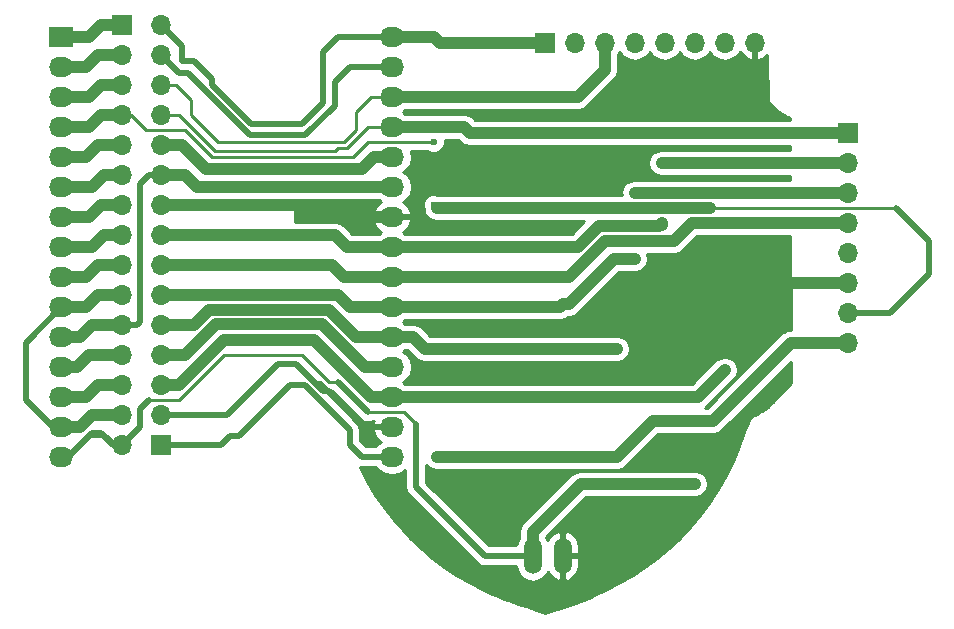
<source format=gtl>
G04 #@! TF.FileFunction,Copper,L1,Top,Signal*
%FSLAX46Y46*%
G04 Gerber Fmt 4.6, Leading zero omitted, Abs format (unit mm)*
G04 Created by KiCad (PCBNEW 4.0.4+e1-6308~48~ubuntu16.04.1-stable) date Mon Jan  2 11:44:22 2017*
%MOMM*%
%LPD*%
G01*
G04 APERTURE LIST*
%ADD10C,0.100000*%
%ADD11O,2.032000X1.727200*%
%ADD12R,2.032000X1.727200*%
%ADD13O,1.506220X3.014980*%
%ADD14R,1.700000X1.700000*%
%ADD15O,1.700000X1.700000*%
%ADD16C,0.600000*%
%ADD17C,0.500000*%
%ADD18C,1.000000*%
%ADD19C,0.250000*%
%ADD20C,0.254000*%
G04 APERTURE END LIST*
D10*
D11*
X135666000Y-77978000D03*
X135666000Y-75438000D03*
X135666000Y-72898000D03*
X135666000Y-70358000D03*
X135666000Y-67818000D03*
X135666000Y-65278000D03*
X135666000Y-62738000D03*
X135666000Y-60198000D03*
X135666000Y-57658000D03*
X135666000Y-55118000D03*
X135666000Y-52578000D03*
X135666000Y-50038000D03*
X135666000Y-47498000D03*
X135666000Y-44958000D03*
X135666000Y-42418000D03*
D12*
X107666000Y-42418000D03*
D11*
X107666000Y-44958000D03*
X107666000Y-47498000D03*
X107666000Y-50038000D03*
X107666000Y-52578000D03*
X107666000Y-55118000D03*
X107666000Y-57658000D03*
X107666000Y-60198000D03*
X107666000Y-62738000D03*
X107666000Y-65278000D03*
X107666000Y-67818000D03*
X107666000Y-70358000D03*
X107666000Y-72898000D03*
X107666000Y-75438000D03*
X107666000Y-77978000D03*
D13*
X147574000Y-86360000D03*
X150114000Y-86360000D03*
D14*
X148590000Y-42926000D03*
D15*
X151130000Y-42926000D03*
X153670000Y-42926000D03*
X156210000Y-42926000D03*
X158750000Y-42926000D03*
X161290000Y-42926000D03*
X163830000Y-42926000D03*
X166370000Y-42926000D03*
D14*
X174244000Y-50546000D03*
D15*
X174244000Y-53086000D03*
X174244000Y-55626000D03*
X174244000Y-58166000D03*
X174244000Y-60706000D03*
X174244000Y-63246000D03*
X174244000Y-65786000D03*
X174244000Y-68326000D03*
D14*
X112776000Y-41402000D03*
D15*
X112776000Y-43942000D03*
X112776000Y-46482000D03*
X112776000Y-49022000D03*
X112776000Y-51562000D03*
X112776000Y-54102000D03*
X112776000Y-56642000D03*
X112776000Y-59182000D03*
X112776000Y-61722000D03*
X112776000Y-64262000D03*
X112776000Y-66802000D03*
X112776000Y-69342000D03*
X112776000Y-71882000D03*
X112776000Y-74422000D03*
X112776000Y-76962000D03*
D14*
X116078000Y-76962000D03*
D15*
X116078000Y-74422000D03*
X116078000Y-71882000D03*
X116078000Y-69342000D03*
X116078000Y-66802000D03*
X116078000Y-64262000D03*
X116078000Y-61722000D03*
X116078000Y-59182000D03*
X116078000Y-56642000D03*
X116078000Y-54102000D03*
X116078000Y-51562000D03*
X116078000Y-49022000D03*
X116078000Y-46482000D03*
X116078000Y-43942000D03*
X116078000Y-41402000D03*
D16*
X161290000Y-80264000D03*
X166370000Y-63246000D03*
X139446000Y-66802000D03*
X139192000Y-56642000D03*
X139192000Y-51308000D03*
X139446000Y-77978000D03*
X163830000Y-70612000D03*
X154686000Y-68834000D03*
X156210000Y-61214000D03*
X156210000Y-55626000D03*
X158496000Y-58166000D03*
X158496000Y-53086000D03*
D17*
X112776000Y-76962000D02*
X112014000Y-76962000D01*
X112014000Y-76962000D02*
X110998000Y-75946000D01*
X110236000Y-75946000D02*
X108204000Y-77978000D01*
X110998000Y-75946000D02*
X110236000Y-75946000D01*
X108204000Y-77978000D02*
X107666000Y-77978000D01*
D18*
X147574000Y-86360000D02*
X147574000Y-84328000D01*
X151638000Y-80264000D02*
X161290000Y-80264000D01*
X147574000Y-84328000D02*
X151638000Y-80264000D01*
D19*
X133858000Y-74168000D02*
X133604000Y-74168000D01*
D17*
X143510000Y-86360000D02*
X137668000Y-80518000D01*
X137668000Y-80518000D02*
X137668000Y-75184000D01*
D19*
X137668000Y-75184000D02*
X136652000Y-74168000D01*
X136652000Y-74168000D02*
X133858000Y-74168000D01*
D17*
X147574000Y-86360000D02*
X143510000Y-86360000D01*
X114300000Y-75438000D02*
X112776000Y-76962000D01*
X114300000Y-73914000D02*
X114300000Y-75438000D01*
X115062000Y-73152000D02*
X114300000Y-73914000D01*
D19*
X117602000Y-73152000D02*
X115062000Y-73152000D01*
X121412000Y-69342000D02*
X117602000Y-73152000D01*
X128016000Y-69342000D02*
X121412000Y-69342000D01*
X130302000Y-71628000D02*
X128016000Y-69342000D01*
X131064000Y-71628000D02*
X130302000Y-71628000D01*
D17*
X133604000Y-74168000D02*
X131064000Y-71628000D01*
D19*
X107666000Y-77978000D02*
X107950000Y-77978000D01*
X107950000Y-77978000D02*
X109728000Y-76200000D01*
X109728000Y-76200000D02*
X111506000Y-76200000D01*
X111506000Y-76200000D02*
X112268000Y-76962000D01*
X112268000Y-76962000D02*
X112776000Y-76962000D01*
D17*
X135666000Y-75438000D02*
X133350000Y-75438000D01*
X133350000Y-75438000D02*
X130302000Y-72390000D01*
X129794000Y-72390000D02*
X127508000Y-70104000D01*
X130302000Y-72390000D02*
X129794000Y-72390000D01*
X127508000Y-70104000D02*
X125984000Y-70104000D01*
X125984000Y-70104000D02*
X121666000Y-74422000D01*
X121666000Y-74422000D02*
X116078000Y-74422000D01*
D18*
X112776000Y-74422000D02*
X110236000Y-74422000D01*
X109220000Y-75438000D02*
X107666000Y-75438000D01*
X110236000Y-74422000D02*
X109220000Y-75438000D01*
X112776000Y-64262000D02*
X110744000Y-64262000D01*
X109728000Y-65278000D02*
X107666000Y-65278000D01*
X110744000Y-64262000D02*
X109728000Y-65278000D01*
X112776000Y-43942000D02*
X110744000Y-43942000D01*
X109728000Y-44958000D02*
X107666000Y-44958000D01*
X110744000Y-43942000D02*
X109728000Y-44958000D01*
D19*
X107666000Y-75438000D02*
X106934000Y-75438000D01*
D17*
X106934000Y-75438000D02*
X104648000Y-73152000D01*
X104648000Y-73152000D02*
X104648000Y-68296000D01*
X104648000Y-68296000D02*
X107666000Y-65278000D01*
D19*
X166370000Y-63246000D02*
X167386000Y-63246000D01*
D18*
X174244000Y-63246000D02*
X167386000Y-63246000D01*
X167386000Y-63246000D02*
X154940000Y-63246000D01*
X152146000Y-66802000D02*
X139446000Y-66802000D01*
X154940000Y-63246000D02*
X152146000Y-66802000D01*
D19*
X129540000Y-71628000D02*
X129032000Y-71628000D01*
X129032000Y-71628000D02*
X127508000Y-70104000D01*
D18*
X116078000Y-56642000D02*
X130302000Y-56642000D01*
X131318000Y-57658000D02*
X135666000Y-57658000D01*
X130302000Y-56642000D02*
X131318000Y-57658000D01*
D19*
X129540000Y-71628000D02*
X133350000Y-75438000D01*
D18*
X112776000Y-41402000D02*
X110998000Y-41402000D01*
X109982000Y-42418000D02*
X107666000Y-42418000D01*
X110998000Y-41402000D02*
X109982000Y-42418000D01*
X112776000Y-46482000D02*
X110998000Y-46482000D01*
X109982000Y-47498000D02*
X107666000Y-47498000D01*
X110998000Y-46482000D02*
X109982000Y-47498000D01*
D17*
X174244000Y-65786000D02*
X177800000Y-65786000D01*
X181102000Y-59690000D02*
X178308000Y-56896000D01*
X181102000Y-62484000D02*
X181102000Y-59690000D01*
X177800000Y-65786000D02*
X181102000Y-62484000D01*
D18*
X112776000Y-49022000D02*
X110998000Y-49022000D01*
X109982000Y-50038000D02*
X107666000Y-50038000D01*
X110998000Y-49022000D02*
X109982000Y-50038000D01*
X162560000Y-56896000D02*
X139446000Y-56896000D01*
D19*
X164592000Y-56896000D02*
X178308000Y-56896000D01*
X114808000Y-50292000D02*
X118110000Y-50292000D01*
X118110000Y-50292000D02*
X120396000Y-52578000D01*
X120396000Y-52578000D02*
X132334000Y-52578000D01*
X132334000Y-52578000D02*
X133604000Y-51308000D01*
X133604000Y-51308000D02*
X138176000Y-51308000D01*
X113538000Y-49022000D02*
X114808000Y-50292000D01*
X164592000Y-56896000D02*
X162560000Y-56896000D01*
X139446000Y-56896000D02*
X139192000Y-56642000D01*
X139192000Y-51308000D02*
X138176000Y-51308000D01*
X112776000Y-49022000D02*
X113538000Y-49022000D01*
D18*
X112776000Y-51562000D02*
X110744000Y-51562000D01*
X110744000Y-51562000D02*
X109728000Y-52578000D01*
X109728000Y-52578000D02*
X107666000Y-52578000D01*
D19*
X107666000Y-52578000D02*
X109728000Y-52578000D01*
X109728000Y-52578000D02*
X110744000Y-51562000D01*
D18*
X112776000Y-54102000D02*
X111252000Y-54102000D01*
X110236000Y-55118000D02*
X107666000Y-55118000D01*
X111252000Y-54102000D02*
X110236000Y-55118000D01*
X112776000Y-56642000D02*
X110998000Y-56642000D01*
X109982000Y-57658000D02*
X107666000Y-57658000D01*
X110998000Y-56642000D02*
X109982000Y-57658000D01*
X112776000Y-61722000D02*
X110744000Y-61722000D01*
X109728000Y-62738000D02*
X107666000Y-62738000D01*
X110744000Y-61722000D02*
X109728000Y-62738000D01*
D17*
X135666000Y-77978000D02*
X133096000Y-77978000D01*
X132080000Y-76962000D02*
X132080000Y-75692000D01*
X133096000Y-77978000D02*
X132080000Y-76962000D01*
X132080000Y-75692000D02*
X128270000Y-71882000D01*
X121158000Y-76962000D02*
X116078000Y-76962000D01*
X121920000Y-76200000D02*
X121158000Y-76962000D01*
X122682000Y-76200000D02*
X121920000Y-76200000D01*
X127000000Y-71882000D02*
X122682000Y-76200000D01*
X128270000Y-71882000D02*
X127000000Y-71882000D01*
D18*
X112776000Y-66802000D02*
X110236000Y-66802000D01*
X110236000Y-66802000D02*
X109220000Y-67818000D01*
X109220000Y-67818000D02*
X107666000Y-67818000D01*
X135666000Y-55118000D02*
X119126000Y-55118000D01*
X118110000Y-54102000D02*
X116078000Y-54102000D01*
X119126000Y-55118000D02*
X118110000Y-54102000D01*
X139446000Y-77978000D02*
X154686000Y-77978000D01*
X169418000Y-68326000D02*
X174244000Y-68326000D01*
X162814000Y-74930000D02*
X169418000Y-68326000D01*
X157734000Y-74930000D02*
X162814000Y-74930000D01*
X154686000Y-77978000D02*
X157734000Y-74930000D01*
D17*
X116078000Y-54102000D02*
X115062000Y-54102000D01*
X115062000Y-54102000D02*
X114300000Y-54864000D01*
X114300000Y-54864000D02*
X114300000Y-66548000D01*
X114300000Y-66548000D02*
X114046000Y-66802000D01*
X114046000Y-66802000D02*
X112776000Y-66802000D01*
D19*
X107666000Y-67818000D02*
X109220000Y-67818000D01*
X109220000Y-67818000D02*
X110236000Y-66802000D01*
D18*
X112776000Y-69342000D02*
X109982000Y-69342000D01*
X108966000Y-70358000D02*
X107666000Y-70358000D01*
X109982000Y-69342000D02*
X108966000Y-70358000D01*
X112776000Y-71882000D02*
X110744000Y-71882000D01*
X109728000Y-72898000D02*
X107666000Y-72898000D01*
X110744000Y-71882000D02*
X109728000Y-72898000D01*
X135666000Y-72898000D02*
X133858000Y-72898000D01*
X121412000Y-68072000D02*
X117602000Y-71882000D01*
X129032000Y-68072000D02*
X121412000Y-68072000D01*
X133858000Y-72898000D02*
X129032000Y-68072000D01*
X117602000Y-71882000D02*
X116078000Y-71882000D01*
X135666000Y-72898000D02*
X161544000Y-72898000D01*
X161544000Y-72898000D02*
X163830000Y-70612000D01*
D19*
X117602000Y-71882000D02*
X116078000Y-71882000D01*
X161544000Y-72898000D02*
X163830000Y-70612000D01*
D18*
X135666000Y-70358000D02*
X133350000Y-70358000D01*
X118110000Y-69342000D02*
X116078000Y-69342000D01*
X120719998Y-66732002D02*
X118110000Y-69342000D01*
X129724002Y-66732002D02*
X120719998Y-66732002D01*
X133350000Y-70358000D02*
X129724002Y-66732002D01*
X135666000Y-67818000D02*
X132588000Y-67818000D01*
X118872000Y-66802000D02*
X116078000Y-66802000D01*
X120142000Y-65532000D02*
X118872000Y-66802000D01*
X130302000Y-65532000D02*
X120142000Y-65532000D01*
X132588000Y-67818000D02*
X130302000Y-65532000D01*
X135666000Y-67818000D02*
X137414000Y-67818000D01*
X138430000Y-68834000D02*
X154686000Y-68834000D01*
X137414000Y-67818000D02*
X138430000Y-68834000D01*
X135666000Y-65278000D02*
X149860000Y-65278000D01*
X154432000Y-61214000D02*
X156210000Y-61214000D01*
X150622000Y-65024000D02*
X154432000Y-61214000D01*
X150114000Y-65024000D02*
X150622000Y-65024000D01*
X149860000Y-65278000D02*
X150114000Y-65024000D01*
X174244000Y-55626000D02*
X156210000Y-55626000D01*
X116078000Y-64262000D02*
X131064000Y-64262000D01*
X132080000Y-65278000D02*
X135666000Y-65278000D01*
X131064000Y-64262000D02*
X132080000Y-65278000D01*
X158242000Y-59690000D02*
X159512000Y-59690000D01*
X159512000Y-59690000D02*
X161036000Y-58166000D01*
X158242000Y-59690000D02*
X153670000Y-59690000D01*
X116078000Y-61722000D02*
X130556000Y-61722000D01*
X131572000Y-62738000D02*
X135666000Y-62738000D01*
X130556000Y-61722000D02*
X131572000Y-62738000D01*
X174244000Y-58166000D02*
X161036000Y-58166000D01*
X150622000Y-62738000D02*
X135666000Y-62738000D01*
X153670000Y-59690000D02*
X150622000Y-62738000D01*
X151384000Y-60198000D02*
X153162000Y-58420000D01*
X158496000Y-58350002D02*
X158496000Y-58166000D01*
X158172002Y-58420000D02*
X158496000Y-58350002D01*
X153162000Y-58420000D02*
X158172002Y-58420000D01*
X151384000Y-60198000D02*
X135666000Y-60198000D01*
X174244000Y-53086000D02*
X158496000Y-53086000D01*
X116078000Y-59182000D02*
X130810000Y-59182000D01*
X130810000Y-59182000D02*
X131826000Y-60198000D01*
X131826000Y-60198000D02*
X135666000Y-60198000D01*
X135666000Y-52578000D02*
X134112000Y-52578000D01*
X117856000Y-51562000D02*
X116078000Y-51562000D01*
X119888000Y-53594000D02*
X117856000Y-51562000D01*
X133096000Y-53594000D02*
X119888000Y-53594000D01*
X134112000Y-52578000D02*
X133096000Y-53594000D01*
X174244000Y-50546000D02*
X142240000Y-50546000D01*
X141732000Y-50038000D02*
X135666000Y-50038000D01*
X142240000Y-50546000D02*
X141732000Y-50038000D01*
D19*
X135666000Y-50038000D02*
X133604000Y-50038000D01*
X117602000Y-49022000D02*
X116078000Y-49022000D01*
X120650000Y-52070000D02*
X117602000Y-49022000D01*
X130810000Y-52070000D02*
X120650000Y-52070000D01*
X131064000Y-51816000D02*
X130810000Y-52070000D01*
X131826000Y-51816000D02*
X131064000Y-51816000D01*
X133604000Y-50038000D02*
X131826000Y-51816000D01*
D18*
X135666000Y-47498000D02*
X151384000Y-47498000D01*
X153670000Y-45212000D02*
X153670000Y-42926000D01*
X151384000Y-47498000D02*
X153670000Y-45212000D01*
D19*
X135666000Y-47498000D02*
X133858000Y-47498000D01*
X117348000Y-46482000D02*
X116078000Y-46482000D01*
X118618000Y-47752000D02*
X117348000Y-46482000D01*
X118618000Y-49022000D02*
X118618000Y-47752000D01*
X120904000Y-51308000D02*
X118618000Y-49022000D01*
X131572000Y-51308000D02*
X120904000Y-51308000D01*
X132588000Y-50292000D02*
X131572000Y-51308000D01*
X132588000Y-48768000D02*
X132588000Y-50292000D01*
X133858000Y-47498000D02*
X132588000Y-48768000D01*
D17*
X135666000Y-44958000D02*
X132080000Y-44958000D01*
X117602000Y-45466000D02*
X116078000Y-43942000D01*
X118364000Y-45466000D02*
X117602000Y-45466000D01*
X123630998Y-50732998D02*
X118364000Y-45466000D01*
X128337002Y-50732998D02*
X123630998Y-50732998D01*
X130810000Y-48260000D02*
X128337002Y-50732998D01*
X130810000Y-46228000D02*
X130810000Y-48260000D01*
X132080000Y-44958000D02*
X130810000Y-46228000D01*
X135666000Y-42418000D02*
X131064000Y-42418000D01*
X117856000Y-44450000D02*
X117856000Y-43180000D01*
X118110000Y-44450000D02*
X117856000Y-44450000D01*
X118872000Y-44450000D02*
X118110000Y-44450000D01*
X120396000Y-45974000D02*
X118872000Y-44450000D01*
X120396000Y-46482000D02*
X120396000Y-45974000D01*
X123698000Y-49784000D02*
X120396000Y-46482000D01*
X128016000Y-49784000D02*
X123698000Y-49784000D01*
X129794000Y-48006000D02*
X128016000Y-49784000D01*
X129794000Y-43688000D02*
X129794000Y-48006000D01*
X131064000Y-42418000D02*
X129794000Y-43688000D01*
X117856000Y-43180000D02*
X116078000Y-41402000D01*
D18*
X135666000Y-42418000D02*
X139192000Y-42418000D01*
X139700000Y-42926000D02*
X148590000Y-42926000D01*
X139192000Y-42418000D02*
X139700000Y-42926000D01*
D19*
X117856000Y-43180000D02*
X116078000Y-41402000D01*
D18*
X112776000Y-59182000D02*
X111252000Y-59182000D01*
X110236000Y-60198000D02*
X107666000Y-60198000D01*
X111252000Y-59182000D02*
X110236000Y-60198000D01*
D20*
G36*
X169447517Y-71759685D02*
X169390347Y-71789129D01*
X169314523Y-71849441D01*
X169233625Y-71902779D01*
X169118382Y-72016614D01*
X169099855Y-72043975D01*
X169074266Y-72064886D01*
X168924128Y-72247047D01*
X168922259Y-72250525D01*
X168919232Y-72253061D01*
X168883673Y-72297287D01*
X168695758Y-72516108D01*
X168466622Y-72764565D01*
X168210191Y-73028521D01*
X167944476Y-73289824D01*
X167687239Y-73530996D01*
X167457900Y-73733521D01*
X167273176Y-73882222D01*
X167206212Y-73930467D01*
X166996590Y-74068822D01*
X166775041Y-74201814D01*
X166577668Y-74307483D01*
X166177418Y-74503251D01*
X166176678Y-74503815D01*
X166175785Y-74504054D01*
X166077661Y-74579284D01*
X165978813Y-74654624D01*
X165978346Y-74655427D01*
X165977610Y-74655991D01*
X165915582Y-74763327D01*
X165853253Y-74870478D01*
X165853129Y-74871397D01*
X165852665Y-74872200D01*
X165616791Y-75566139D01*
X165586281Y-75655402D01*
X165079248Y-77019138D01*
X164519816Y-78313553D01*
X163904521Y-79547544D01*
X163232299Y-80723383D01*
X162502008Y-81843327D01*
X161712334Y-82909730D01*
X160861910Y-83924830D01*
X159948609Y-84891512D01*
X159081890Y-85712039D01*
X158136501Y-86512266D01*
X157148045Y-87254530D01*
X156107562Y-87945196D01*
X155006229Y-88590192D01*
X153830073Y-89197861D01*
X153566348Y-89324249D01*
X152937363Y-89611987D01*
X152305011Y-89881161D01*
X151650743Y-90139120D01*
X150958110Y-90392141D01*
X150210778Y-90646366D01*
X149390825Y-90908407D01*
X148609245Y-91151441D01*
X147870505Y-90918802D01*
X147870503Y-90918802D01*
X147697673Y-90864171D01*
X146972022Y-90629525D01*
X146316888Y-90407978D01*
X145718779Y-90194444D01*
X145164736Y-89984011D01*
X144641649Y-89771682D01*
X144136207Y-89552313D01*
X143634920Y-89320589D01*
X143127692Y-89072742D01*
X142211143Y-88591184D01*
X141110840Y-87945432D01*
X140073328Y-87255951D01*
X139087234Y-86515095D01*
X138142689Y-85715784D01*
X137228124Y-84848951D01*
X136676098Y-84276693D01*
X135808191Y-83286861D01*
X135004187Y-82250917D01*
X134259116Y-81162357D01*
X133570514Y-80017300D01*
X132947435Y-78833449D01*
X133096000Y-78863001D01*
X133096005Y-78863000D01*
X134304874Y-78863000D01*
X134421585Y-79037670D01*
X134907766Y-79362526D01*
X135481255Y-79476600D01*
X135850745Y-79476600D01*
X136424234Y-79362526D01*
X136783000Y-79122806D01*
X136783000Y-80517995D01*
X136782999Y-80518000D01*
X136833124Y-80769989D01*
X136850367Y-80856675D01*
X137038637Y-81138443D01*
X137042210Y-81143790D01*
X142884208Y-86985787D01*
X142884210Y-86985790D01*
X143171325Y-87177633D01*
X143211463Y-87185617D01*
X143510000Y-87245001D01*
X143510005Y-87245000D01*
X146203523Y-87245000D01*
X146291554Y-87687561D01*
X146592458Y-88137896D01*
X147042793Y-88438800D01*
X147574000Y-88544464D01*
X148105207Y-88438800D01*
X148555542Y-88137896D01*
X148856446Y-87687561D01*
X148857016Y-87684694D01*
X148880154Y-87762919D01*
X149222260Y-88185724D01*
X149700125Y-88445427D01*
X149772326Y-88459783D01*
X149987000Y-88337162D01*
X149987000Y-86487000D01*
X150241000Y-86487000D01*
X150241000Y-88337162D01*
X150455674Y-88459783D01*
X150527875Y-88445427D01*
X151005740Y-88185724D01*
X151347846Y-87762919D01*
X151502110Y-87241380D01*
X151502110Y-86487000D01*
X150241000Y-86487000D01*
X149987000Y-86487000D01*
X149967000Y-86487000D01*
X149967000Y-86233000D01*
X149987000Y-86233000D01*
X149987000Y-84382838D01*
X150241000Y-84382838D01*
X150241000Y-86233000D01*
X151502110Y-86233000D01*
X151502110Y-85478620D01*
X151347846Y-84957081D01*
X151005740Y-84534276D01*
X150527875Y-84274573D01*
X150455674Y-84260217D01*
X150241000Y-84382838D01*
X149987000Y-84382838D01*
X149772326Y-84260217D01*
X149700125Y-84274573D01*
X149222260Y-84534276D01*
X148880154Y-84957081D01*
X148857016Y-85035306D01*
X148856446Y-85032439D01*
X148709000Y-84811770D01*
X148709000Y-84798132D01*
X152108132Y-81399000D01*
X161290000Y-81399000D01*
X161724346Y-81312603D01*
X162092566Y-81066566D01*
X162338603Y-80698346D01*
X162425000Y-80264000D01*
X162338603Y-79829654D01*
X162092566Y-79461434D01*
X161724346Y-79215397D01*
X161290000Y-79129000D01*
X151638000Y-79129000D01*
X151203654Y-79215397D01*
X150861454Y-79444048D01*
X150835434Y-79461434D01*
X146771434Y-83525434D01*
X146525397Y-83893654D01*
X146439000Y-84328000D01*
X146439000Y-84811770D01*
X146291554Y-85032439D01*
X146203523Y-85475000D01*
X143876579Y-85475000D01*
X138553000Y-80151420D01*
X138553000Y-78645222D01*
X138643434Y-78780566D01*
X139011654Y-79026603D01*
X139446000Y-79113000D01*
X154686000Y-79113000D01*
X155120346Y-79026603D01*
X155488566Y-78780566D01*
X158204132Y-76065000D01*
X162814000Y-76065000D01*
X163248346Y-75978603D01*
X163616566Y-75732566D01*
X169440231Y-69908901D01*
X169447517Y-71759685D01*
X169447517Y-71759685D01*
G37*
X169447517Y-71759685D02*
X169390347Y-71789129D01*
X169314523Y-71849441D01*
X169233625Y-71902779D01*
X169118382Y-72016614D01*
X169099855Y-72043975D01*
X169074266Y-72064886D01*
X168924128Y-72247047D01*
X168922259Y-72250525D01*
X168919232Y-72253061D01*
X168883673Y-72297287D01*
X168695758Y-72516108D01*
X168466622Y-72764565D01*
X168210191Y-73028521D01*
X167944476Y-73289824D01*
X167687239Y-73530996D01*
X167457900Y-73733521D01*
X167273176Y-73882222D01*
X167206212Y-73930467D01*
X166996590Y-74068822D01*
X166775041Y-74201814D01*
X166577668Y-74307483D01*
X166177418Y-74503251D01*
X166176678Y-74503815D01*
X166175785Y-74504054D01*
X166077661Y-74579284D01*
X165978813Y-74654624D01*
X165978346Y-74655427D01*
X165977610Y-74655991D01*
X165915582Y-74763327D01*
X165853253Y-74870478D01*
X165853129Y-74871397D01*
X165852665Y-74872200D01*
X165616791Y-75566139D01*
X165586281Y-75655402D01*
X165079248Y-77019138D01*
X164519816Y-78313553D01*
X163904521Y-79547544D01*
X163232299Y-80723383D01*
X162502008Y-81843327D01*
X161712334Y-82909730D01*
X160861910Y-83924830D01*
X159948609Y-84891512D01*
X159081890Y-85712039D01*
X158136501Y-86512266D01*
X157148045Y-87254530D01*
X156107562Y-87945196D01*
X155006229Y-88590192D01*
X153830073Y-89197861D01*
X153566348Y-89324249D01*
X152937363Y-89611987D01*
X152305011Y-89881161D01*
X151650743Y-90139120D01*
X150958110Y-90392141D01*
X150210778Y-90646366D01*
X149390825Y-90908407D01*
X148609245Y-91151441D01*
X147870505Y-90918802D01*
X147870503Y-90918802D01*
X147697673Y-90864171D01*
X146972022Y-90629525D01*
X146316888Y-90407978D01*
X145718779Y-90194444D01*
X145164736Y-89984011D01*
X144641649Y-89771682D01*
X144136207Y-89552313D01*
X143634920Y-89320589D01*
X143127692Y-89072742D01*
X142211143Y-88591184D01*
X141110840Y-87945432D01*
X140073328Y-87255951D01*
X139087234Y-86515095D01*
X138142689Y-85715784D01*
X137228124Y-84848951D01*
X136676098Y-84276693D01*
X135808191Y-83286861D01*
X135004187Y-82250917D01*
X134259116Y-81162357D01*
X133570514Y-80017300D01*
X132947435Y-78833449D01*
X133096000Y-78863001D01*
X133096005Y-78863000D01*
X134304874Y-78863000D01*
X134421585Y-79037670D01*
X134907766Y-79362526D01*
X135481255Y-79476600D01*
X135850745Y-79476600D01*
X136424234Y-79362526D01*
X136783000Y-79122806D01*
X136783000Y-80517995D01*
X136782999Y-80518000D01*
X136833124Y-80769989D01*
X136850367Y-80856675D01*
X137038637Y-81138443D01*
X137042210Y-81143790D01*
X142884208Y-86985787D01*
X142884210Y-86985790D01*
X143171325Y-87177633D01*
X143211463Y-87185617D01*
X143510000Y-87245001D01*
X143510005Y-87245000D01*
X146203523Y-87245000D01*
X146291554Y-87687561D01*
X146592458Y-88137896D01*
X147042793Y-88438800D01*
X147574000Y-88544464D01*
X148105207Y-88438800D01*
X148555542Y-88137896D01*
X148856446Y-87687561D01*
X148857016Y-87684694D01*
X148880154Y-87762919D01*
X149222260Y-88185724D01*
X149700125Y-88445427D01*
X149772326Y-88459783D01*
X149987000Y-88337162D01*
X149987000Y-86487000D01*
X150241000Y-86487000D01*
X150241000Y-88337162D01*
X150455674Y-88459783D01*
X150527875Y-88445427D01*
X151005740Y-88185724D01*
X151347846Y-87762919D01*
X151502110Y-87241380D01*
X151502110Y-86487000D01*
X150241000Y-86487000D01*
X149987000Y-86487000D01*
X149967000Y-86487000D01*
X149967000Y-86233000D01*
X149987000Y-86233000D01*
X149987000Y-84382838D01*
X150241000Y-84382838D01*
X150241000Y-86233000D01*
X151502110Y-86233000D01*
X151502110Y-85478620D01*
X151347846Y-84957081D01*
X151005740Y-84534276D01*
X150527875Y-84274573D01*
X150455674Y-84260217D01*
X150241000Y-84382838D01*
X149987000Y-84382838D01*
X149772326Y-84260217D01*
X149700125Y-84274573D01*
X149222260Y-84534276D01*
X148880154Y-84957081D01*
X148857016Y-85035306D01*
X148856446Y-85032439D01*
X148709000Y-84811770D01*
X148709000Y-84798132D01*
X152108132Y-81399000D01*
X161290000Y-81399000D01*
X161724346Y-81312603D01*
X162092566Y-81066566D01*
X162338603Y-80698346D01*
X162425000Y-80264000D01*
X162338603Y-79829654D01*
X162092566Y-79461434D01*
X161724346Y-79215397D01*
X161290000Y-79129000D01*
X151638000Y-79129000D01*
X151203654Y-79215397D01*
X150861454Y-79444048D01*
X150835434Y-79461434D01*
X146771434Y-83525434D01*
X146525397Y-83893654D01*
X146439000Y-84328000D01*
X146439000Y-84811770D01*
X146291554Y-85032439D01*
X146203523Y-85475000D01*
X143876579Y-85475000D01*
X138553000Y-80151420D01*
X138553000Y-78645222D01*
X138643434Y-78780566D01*
X139011654Y-79026603D01*
X139446000Y-79113000D01*
X154686000Y-79113000D01*
X155120346Y-79026603D01*
X155488566Y-78780566D01*
X158204132Y-76065000D01*
X162814000Y-76065000D01*
X163248346Y-75978603D01*
X163616566Y-75732566D01*
X169440231Y-69908901D01*
X169447517Y-71759685D01*
G36*
X130011160Y-72330148D02*
X130302000Y-72388000D01*
X130572420Y-72388000D01*
X132978210Y-74793789D01*
X133265325Y-74985633D01*
X133604000Y-75053000D01*
X133942674Y-74985633D01*
X134028928Y-74928000D01*
X134126422Y-74928000D01*
X134061291Y-75063209D01*
X134058642Y-75078974D01*
X134179783Y-75311000D01*
X135539000Y-75311000D01*
X135539000Y-75291000D01*
X135793000Y-75291000D01*
X135793000Y-75311000D01*
X135813000Y-75311000D01*
X135813000Y-75565000D01*
X135793000Y-75565000D01*
X135793000Y-75585000D01*
X135539000Y-75585000D01*
X135539000Y-75565000D01*
X134179783Y-75565000D01*
X134058642Y-75797026D01*
X134061291Y-75812791D01*
X134315268Y-76340036D01*
X134731069Y-76711539D01*
X134421585Y-76918330D01*
X134304874Y-77093000D01*
X133462579Y-77093000D01*
X132965000Y-76595420D01*
X132965000Y-75692005D01*
X132965001Y-75692000D01*
X132903927Y-75384965D01*
X132897633Y-75353325D01*
X132705790Y-75066210D01*
X132705787Y-75066208D01*
X129886297Y-72246717D01*
X130011160Y-72330148D01*
X130011160Y-72330148D01*
G37*
X130011160Y-72330148D02*
X130302000Y-72388000D01*
X130572420Y-72388000D01*
X132978210Y-74793789D01*
X133265325Y-74985633D01*
X133604000Y-75053000D01*
X133942674Y-74985633D01*
X134028928Y-74928000D01*
X134126422Y-74928000D01*
X134061291Y-75063209D01*
X134058642Y-75078974D01*
X134179783Y-75311000D01*
X135539000Y-75311000D01*
X135539000Y-75291000D01*
X135793000Y-75291000D01*
X135793000Y-75311000D01*
X135813000Y-75311000D01*
X135813000Y-75565000D01*
X135793000Y-75565000D01*
X135793000Y-75585000D01*
X135539000Y-75585000D01*
X135539000Y-75565000D01*
X134179783Y-75565000D01*
X134058642Y-75797026D01*
X134061291Y-75812791D01*
X134315268Y-76340036D01*
X134731069Y-76711539D01*
X134421585Y-76918330D01*
X134304874Y-77093000D01*
X133462579Y-77093000D01*
X132965000Y-76595420D01*
X132965000Y-75692005D01*
X132965001Y-75692000D01*
X132903927Y-75384965D01*
X132897633Y-75353325D01*
X132705790Y-75066210D01*
X132705787Y-75066208D01*
X129886297Y-72246717D01*
X130011160Y-72330148D01*
G36*
X169429530Y-67191000D02*
X169418000Y-67191000D01*
X169023687Y-67269434D01*
X168983654Y-67277397D01*
X168615434Y-67523434D01*
X162343868Y-73795000D01*
X162205236Y-73795000D01*
X162346566Y-73700566D01*
X164632566Y-71414566D01*
X164878603Y-71046345D01*
X164965000Y-70612000D01*
X164878603Y-70177655D01*
X164632566Y-69809434D01*
X164264345Y-69563397D01*
X163830000Y-69477000D01*
X163395655Y-69563397D01*
X163027434Y-69809434D01*
X161073868Y-71763000D01*
X136797676Y-71763000D01*
X136595634Y-71628000D01*
X136910415Y-71417670D01*
X137235271Y-70931489D01*
X137349345Y-70358000D01*
X137235271Y-69784511D01*
X136910415Y-69298330D01*
X136595634Y-69088000D01*
X136797676Y-68953000D01*
X136943868Y-68953000D01*
X137627434Y-69636566D01*
X137995654Y-69882603D01*
X138430000Y-69969000D01*
X154686000Y-69969000D01*
X155120346Y-69882603D01*
X155488566Y-69636566D01*
X155734603Y-69268346D01*
X155821000Y-68834000D01*
X155734603Y-68399654D01*
X155488566Y-68031434D01*
X155120346Y-67785397D01*
X154686000Y-67699000D01*
X138900132Y-67699000D01*
X138216566Y-67015434D01*
X138173371Y-66986572D01*
X137848346Y-66769397D01*
X137414000Y-66683000D01*
X136797676Y-66683000D01*
X136595634Y-66548000D01*
X136797676Y-66413000D01*
X149860000Y-66413000D01*
X150294346Y-66326603D01*
X150545181Y-66159000D01*
X150622000Y-66159000D01*
X151056346Y-66072603D01*
X151424566Y-65826566D01*
X154902132Y-62349000D01*
X156210000Y-62349000D01*
X156644346Y-62262603D01*
X157012566Y-62016566D01*
X157258603Y-61648346D01*
X157345000Y-61214000D01*
X157267623Y-60825000D01*
X159512000Y-60825000D01*
X159946346Y-60738603D01*
X160314566Y-60492566D01*
X161506133Y-59301000D01*
X169398468Y-59301000D01*
X169429530Y-67191000D01*
X169429530Y-67191000D01*
G37*
X169429530Y-67191000D02*
X169418000Y-67191000D01*
X169023687Y-67269434D01*
X168983654Y-67277397D01*
X168615434Y-67523434D01*
X162343868Y-73795000D01*
X162205236Y-73795000D01*
X162346566Y-73700566D01*
X164632566Y-71414566D01*
X164878603Y-71046345D01*
X164965000Y-70612000D01*
X164878603Y-70177655D01*
X164632566Y-69809434D01*
X164264345Y-69563397D01*
X163830000Y-69477000D01*
X163395655Y-69563397D01*
X163027434Y-69809434D01*
X161073868Y-71763000D01*
X136797676Y-71763000D01*
X136595634Y-71628000D01*
X136910415Y-71417670D01*
X137235271Y-70931489D01*
X137349345Y-70358000D01*
X137235271Y-69784511D01*
X136910415Y-69298330D01*
X136595634Y-69088000D01*
X136797676Y-68953000D01*
X136943868Y-68953000D01*
X137627434Y-69636566D01*
X137995654Y-69882603D01*
X138430000Y-69969000D01*
X154686000Y-69969000D01*
X155120346Y-69882603D01*
X155488566Y-69636566D01*
X155734603Y-69268346D01*
X155821000Y-68834000D01*
X155734603Y-68399654D01*
X155488566Y-68031434D01*
X155120346Y-67785397D01*
X154686000Y-67699000D01*
X138900132Y-67699000D01*
X138216566Y-67015434D01*
X138173371Y-66986572D01*
X137848346Y-66769397D01*
X137414000Y-66683000D01*
X136797676Y-66683000D01*
X136595634Y-66548000D01*
X136797676Y-66413000D01*
X149860000Y-66413000D01*
X150294346Y-66326603D01*
X150545181Y-66159000D01*
X150622000Y-66159000D01*
X151056346Y-66072603D01*
X151424566Y-65826566D01*
X154902132Y-62349000D01*
X156210000Y-62349000D01*
X156644346Y-62262603D01*
X157012566Y-62016566D01*
X157258603Y-61648346D01*
X157345000Y-61214000D01*
X157267623Y-60825000D01*
X159512000Y-60825000D01*
X159946346Y-60738603D01*
X160314566Y-60492566D01*
X161506133Y-59301000D01*
X169398468Y-59301000D01*
X169429530Y-67191000D01*
G36*
X141437433Y-51348566D02*
X141773483Y-51573107D01*
X141805654Y-51594603D01*
X142240000Y-51681000D01*
X169368468Y-51681000D01*
X169369530Y-51951000D01*
X158496000Y-51951000D01*
X158061654Y-52037397D01*
X157693434Y-52283434D01*
X157447397Y-52651654D01*
X157361000Y-53086000D01*
X157447397Y-53520346D01*
X157693434Y-53888566D01*
X158061654Y-54134603D01*
X158496000Y-54221000D01*
X169378468Y-54221000D01*
X169379530Y-54491000D01*
X156210000Y-54491000D01*
X155775654Y-54577397D01*
X155407434Y-54823434D01*
X155161397Y-55191654D01*
X155075000Y-55626000D01*
X155101853Y-55761000D01*
X139508455Y-55761000D01*
X139378799Y-55707162D01*
X139006833Y-55706838D01*
X138663057Y-55848883D01*
X138399808Y-56111673D01*
X138257162Y-56455201D01*
X138256838Y-56827167D01*
X138334877Y-57016035D01*
X138397397Y-57330346D01*
X138643434Y-57698566D01*
X139011654Y-57944603D01*
X139446000Y-58031000D01*
X151945868Y-58031000D01*
X150913868Y-59063000D01*
X136797676Y-59063000D01*
X136600931Y-58931539D01*
X137016732Y-58560036D01*
X137270709Y-58032791D01*
X137273358Y-58017026D01*
X137152217Y-57785000D01*
X135793000Y-57785000D01*
X135793000Y-57805000D01*
X135539000Y-57805000D01*
X135539000Y-57785000D01*
X134179783Y-57785000D01*
X134058642Y-58017026D01*
X134061291Y-58032791D01*
X134315268Y-58560036D01*
X134731069Y-58931539D01*
X134534324Y-59063000D01*
X132296132Y-59063000D01*
X131612566Y-58379434D01*
X131514516Y-58313919D01*
X131244346Y-58133397D01*
X130810000Y-58047000D01*
X127488225Y-58047000D01*
X127445847Y-56253000D01*
X134534324Y-56253000D01*
X134731069Y-56384461D01*
X134315268Y-56755964D01*
X134061291Y-57283209D01*
X134058642Y-57298974D01*
X134179783Y-57531000D01*
X135539000Y-57531000D01*
X135539000Y-57511000D01*
X135793000Y-57511000D01*
X135793000Y-57531000D01*
X137152217Y-57531000D01*
X137273358Y-57298974D01*
X137270709Y-57283209D01*
X137016732Y-56755964D01*
X136600931Y-56384461D01*
X136910415Y-56177670D01*
X137235271Y-55691489D01*
X137349345Y-55118000D01*
X137235271Y-54544511D01*
X136910415Y-54058330D01*
X136595634Y-53848000D01*
X136910415Y-53637670D01*
X137235271Y-53151489D01*
X137349345Y-52578000D01*
X137247900Y-52068000D01*
X138629537Y-52068000D01*
X138661673Y-52100192D01*
X139005201Y-52242838D01*
X139377167Y-52243162D01*
X139720943Y-52101117D01*
X139984192Y-51838327D01*
X140126838Y-51494799D01*
X140127118Y-51173000D01*
X141261867Y-51173000D01*
X141437433Y-51348566D01*
X141437433Y-51348566D01*
G37*
X141437433Y-51348566D02*
X141773483Y-51573107D01*
X141805654Y-51594603D01*
X142240000Y-51681000D01*
X169368468Y-51681000D01*
X169369530Y-51951000D01*
X158496000Y-51951000D01*
X158061654Y-52037397D01*
X157693434Y-52283434D01*
X157447397Y-52651654D01*
X157361000Y-53086000D01*
X157447397Y-53520346D01*
X157693434Y-53888566D01*
X158061654Y-54134603D01*
X158496000Y-54221000D01*
X169378468Y-54221000D01*
X169379530Y-54491000D01*
X156210000Y-54491000D01*
X155775654Y-54577397D01*
X155407434Y-54823434D01*
X155161397Y-55191654D01*
X155075000Y-55626000D01*
X155101853Y-55761000D01*
X139508455Y-55761000D01*
X139378799Y-55707162D01*
X139006833Y-55706838D01*
X138663057Y-55848883D01*
X138399808Y-56111673D01*
X138257162Y-56455201D01*
X138256838Y-56827167D01*
X138334877Y-57016035D01*
X138397397Y-57330346D01*
X138643434Y-57698566D01*
X139011654Y-57944603D01*
X139446000Y-58031000D01*
X151945868Y-58031000D01*
X150913868Y-59063000D01*
X136797676Y-59063000D01*
X136600931Y-58931539D01*
X137016732Y-58560036D01*
X137270709Y-58032791D01*
X137273358Y-58017026D01*
X137152217Y-57785000D01*
X135793000Y-57785000D01*
X135793000Y-57805000D01*
X135539000Y-57805000D01*
X135539000Y-57785000D01*
X134179783Y-57785000D01*
X134058642Y-58017026D01*
X134061291Y-58032791D01*
X134315268Y-58560036D01*
X134731069Y-58931539D01*
X134534324Y-59063000D01*
X132296132Y-59063000D01*
X131612566Y-58379434D01*
X131514516Y-58313919D01*
X131244346Y-58133397D01*
X130810000Y-58047000D01*
X127488225Y-58047000D01*
X127445847Y-56253000D01*
X134534324Y-56253000D01*
X134731069Y-56384461D01*
X134315268Y-56755964D01*
X134061291Y-57283209D01*
X134058642Y-57298974D01*
X134179783Y-57531000D01*
X135539000Y-57531000D01*
X135539000Y-57511000D01*
X135793000Y-57511000D01*
X135793000Y-57531000D01*
X137152217Y-57531000D01*
X137273358Y-57298974D01*
X137270709Y-57283209D01*
X137016732Y-56755964D01*
X136600931Y-56384461D01*
X136910415Y-56177670D01*
X137235271Y-55691489D01*
X137349345Y-55118000D01*
X137235271Y-54544511D01*
X136910415Y-54058330D01*
X136595634Y-53848000D01*
X136910415Y-53637670D01*
X137235271Y-53151489D01*
X137349345Y-52578000D01*
X137247900Y-52068000D01*
X138629537Y-52068000D01*
X138661673Y-52100192D01*
X139005201Y-52242838D01*
X139377167Y-52243162D01*
X139720943Y-52101117D01*
X139984192Y-51838327D01*
X140126838Y-51494799D01*
X140127118Y-51173000D01*
X141261867Y-51173000D01*
X141437433Y-51348566D01*
G36*
X166497000Y-42799000D02*
X166517000Y-42799000D01*
X166517000Y-43053000D01*
X166497000Y-43053000D01*
X166497000Y-44246155D01*
X166726890Y-44367476D01*
X167136924Y-44197645D01*
X167451853Y-43910639D01*
X167453041Y-44366999D01*
X167461581Y-47647832D01*
X167463472Y-47657211D01*
X167461907Y-47666647D01*
X167488082Y-47779272D01*
X167510936Y-47892621D01*
X167516271Y-47900561D01*
X167518437Y-47909880D01*
X167585742Y-48003948D01*
X167650211Y-48099890D01*
X167658175Y-48105181D01*
X167663744Y-48112965D01*
X167951117Y-48382506D01*
X167966522Y-48392101D01*
X167977890Y-48406246D01*
X168371606Y-48736173D01*
X168408925Y-48756615D01*
X168439710Y-48785986D01*
X168860673Y-49053170D01*
X168908618Y-49071721D01*
X168950984Y-49100840D01*
X169359000Y-49276146D01*
X169359530Y-49411000D01*
X142710132Y-49411000D01*
X142534566Y-49235434D01*
X142489538Y-49205347D01*
X142166346Y-48989397D01*
X141732000Y-48903000D01*
X136797676Y-48903000D01*
X136595634Y-48768000D01*
X136797676Y-48633000D01*
X151384000Y-48633000D01*
X151818346Y-48546603D01*
X152186566Y-48300566D01*
X154472566Y-46014566D01*
X154491872Y-45985672D01*
X154718603Y-45646346D01*
X154805000Y-45212000D01*
X154805000Y-43878016D01*
X154940000Y-43675974D01*
X155159946Y-44005147D01*
X155641715Y-44327054D01*
X156210000Y-44440093D01*
X156778285Y-44327054D01*
X157260054Y-44005147D01*
X157480000Y-43675974D01*
X157699946Y-44005147D01*
X158181715Y-44327054D01*
X158750000Y-44440093D01*
X159318285Y-44327054D01*
X159800054Y-44005147D01*
X160020000Y-43675974D01*
X160239946Y-44005147D01*
X160721715Y-44327054D01*
X161290000Y-44440093D01*
X161858285Y-44327054D01*
X162340054Y-44005147D01*
X162560000Y-43675974D01*
X162779946Y-44005147D01*
X163261715Y-44327054D01*
X163830000Y-44440093D01*
X164398285Y-44327054D01*
X164880054Y-44005147D01*
X165107702Y-43664447D01*
X165174817Y-43807358D01*
X165603076Y-44197645D01*
X166013110Y-44367476D01*
X166243000Y-44246155D01*
X166243000Y-43053000D01*
X166223000Y-43053000D01*
X166223000Y-42799000D01*
X166243000Y-42799000D01*
X166243000Y-42779000D01*
X166497000Y-42779000D01*
X166497000Y-42799000D01*
X166497000Y-42799000D01*
G37*
X166497000Y-42799000D02*
X166517000Y-42799000D01*
X166517000Y-43053000D01*
X166497000Y-43053000D01*
X166497000Y-44246155D01*
X166726890Y-44367476D01*
X167136924Y-44197645D01*
X167451853Y-43910639D01*
X167453041Y-44366999D01*
X167461581Y-47647832D01*
X167463472Y-47657211D01*
X167461907Y-47666647D01*
X167488082Y-47779272D01*
X167510936Y-47892621D01*
X167516271Y-47900561D01*
X167518437Y-47909880D01*
X167585742Y-48003948D01*
X167650211Y-48099890D01*
X167658175Y-48105181D01*
X167663744Y-48112965D01*
X167951117Y-48382506D01*
X167966522Y-48392101D01*
X167977890Y-48406246D01*
X168371606Y-48736173D01*
X168408925Y-48756615D01*
X168439710Y-48785986D01*
X168860673Y-49053170D01*
X168908618Y-49071721D01*
X168950984Y-49100840D01*
X169359000Y-49276146D01*
X169359530Y-49411000D01*
X142710132Y-49411000D01*
X142534566Y-49235434D01*
X142489538Y-49205347D01*
X142166346Y-48989397D01*
X141732000Y-48903000D01*
X136797676Y-48903000D01*
X136595634Y-48768000D01*
X136797676Y-48633000D01*
X151384000Y-48633000D01*
X151818346Y-48546603D01*
X152186566Y-48300566D01*
X154472566Y-46014566D01*
X154491872Y-45985672D01*
X154718603Y-45646346D01*
X154805000Y-45212000D01*
X154805000Y-43878016D01*
X154940000Y-43675974D01*
X155159946Y-44005147D01*
X155641715Y-44327054D01*
X156210000Y-44440093D01*
X156778285Y-44327054D01*
X157260054Y-44005147D01*
X157480000Y-43675974D01*
X157699946Y-44005147D01*
X158181715Y-44327054D01*
X158750000Y-44440093D01*
X159318285Y-44327054D01*
X159800054Y-44005147D01*
X160020000Y-43675974D01*
X160239946Y-44005147D01*
X160721715Y-44327054D01*
X161290000Y-44440093D01*
X161858285Y-44327054D01*
X162340054Y-44005147D01*
X162560000Y-43675974D01*
X162779946Y-44005147D01*
X163261715Y-44327054D01*
X163830000Y-44440093D01*
X164398285Y-44327054D01*
X164880054Y-44005147D01*
X165107702Y-43664447D01*
X165174817Y-43807358D01*
X165603076Y-44197645D01*
X166013110Y-44367476D01*
X166243000Y-44246155D01*
X166243000Y-43053000D01*
X166223000Y-43053000D01*
X166223000Y-42799000D01*
X166243000Y-42799000D01*
X166243000Y-42779000D01*
X166497000Y-42779000D01*
X166497000Y-42799000D01*
M02*

</source>
